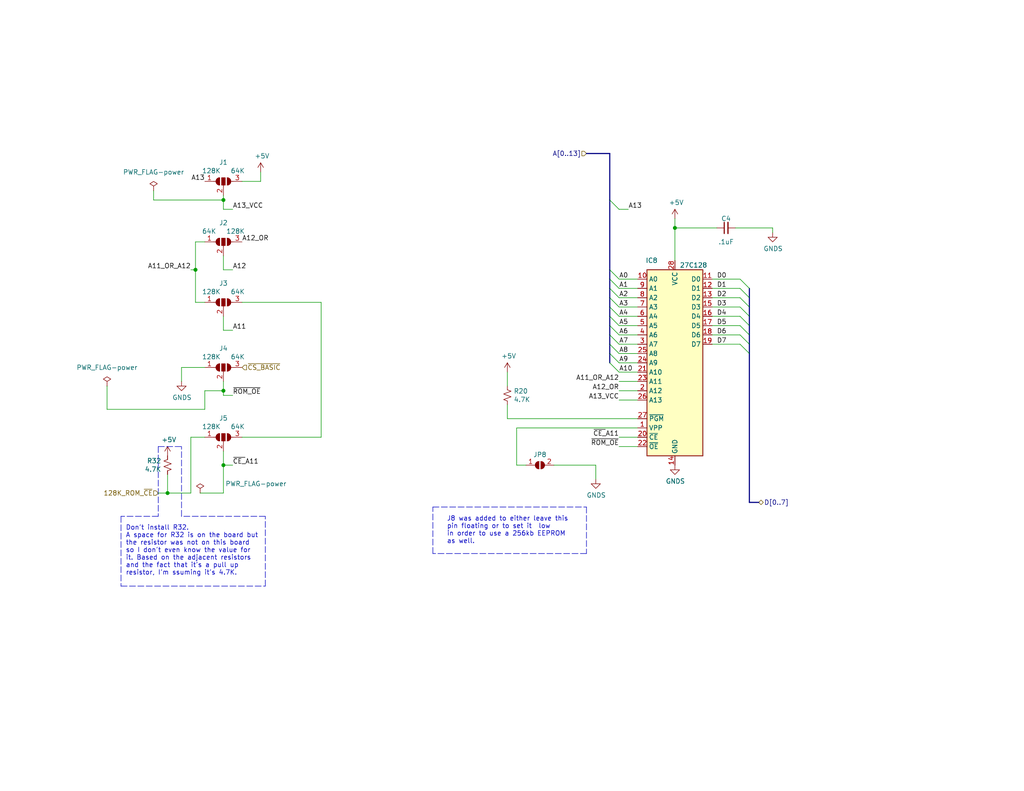
<source format=kicad_sch>
(kicad_sch (version 20211123) (generator eeschema)
  (paper "A")
  (title_block (title "TRS-80 Color Computer 2 (26-3134B & 26-3136B)") (date "2022-10-07") (rev "1.0.0") (company "Tandy Corporation") (comment 1 "Board # 20261058") (comment 3 "Reference board donated by MrDave3609") (comment 4 "Kicad schematic capture by Rocky Hill"))
  (lib_symbols
    (symbol "coco2-rescue:+5V-power" (power) (pin_names (offset 0))
      (property "Value" "+5V-power" (at 0 3.556 0))
      (symbol "+5V-power_0_1"
        (polyline (pts (xy -0.762 1.27) (xy 0 2.54)))
        (polyline (pts (xy 0 0) (xy 0 2.54)))
        (polyline (pts (xy 0 2.54) (xy 0.762 1.27)))
      )
      (symbol "+5V-power_1_1"
        (pin power_in line (at 0 0 90) (length 0) hide (name "+5V") (number "1"))
      )
    )
    (symbol "coco2-rescue:27C128-Memory_EPROM"
      (property "Reference" "U" (at -7.62 26.67 0))
      (property "Value" "27C128-Memory_EPROM" (at 2.54 -26.67 0))
      (symbol "27C128-Memory_EPROM_1_1"
        (rectangle (start -7.62 25.4) (end 7.62 -25.4) (stroke (width 0.254)) (fill (type background)))
        (pin input line (at -10.16 -17.78 0) (length 2.54) (name "VPP") (number "1"))
        (pin input line (at -10.16 22.86 0) (length 2.54) (name "A0") (number "10"))
        (pin tri_state line (at 10.16 22.86 180) (length 2.54) (name "D0") (number "11"))
        (pin tri_state line (at 10.16 20.32 180) (length 2.54) (name "D1") (number "12"))
        (pin tri_state line (at 10.16 17.78 180) (length 2.54) (name "D2") (number "13"))
        (pin power_in line (at 0 -27.94 90) (length 2.54) (name "GND") (number "14"))
        (pin tri_state line (at 10.16 15.24 180) (length 2.54) (name "D3") (number "15"))
        (pin tri_state line (at 10.16 12.7 180) (length 2.54) (name "D4") (number "16"))
        (pin tri_state line (at 10.16 10.16 180) (length 2.54) (name "D5") (number "17"))
        (pin tri_state line (at 10.16 7.62 180) (length 2.54) (name "D6") (number "18"))
        (pin tri_state line (at 10.16 5.08 180) (length 2.54) (name "D7") (number "19"))
        (pin input line (at -10.16 -7.62 0) (length 2.54) (name "A12") (number "2"))
        (pin input line (at -10.16 -20.32 0) (length 2.54) (name "~{CE}") (number "20"))
        (pin input line (at -10.16 -2.54 0) (length 2.54) (name "A10") (number "21"))
        (pin input line (at -10.16 -22.86 0) (length 2.54) (name "~{OE}") (number "22"))
        (pin input line (at -10.16 -5.08 0) (length 2.54) (name "A11") (number "23"))
        (pin input line (at -10.16 0 0) (length 2.54) (name "A9") (number "24"))
        (pin input line (at -10.16 2.54 0) (length 2.54) (name "A8") (number "25"))
        (pin input line (at -10.16 -10.16 0) (length 2.54) (name "A13") (number "26"))
        (pin input line (at -10.16 -15.24 0) (length 2.54) (name "~{PGM}") (number "27"))
        (pin power_in line (at 0 27.94 270) (length 2.54) (name "VCC") (number "28"))
        (pin input line (at -10.16 5.08 0) (length 2.54) (name "A7") (number "3"))
        (pin input line (at -10.16 7.62 0) (length 2.54) (name "A6") (number "4"))
        (pin input line (at -10.16 10.16 0) (length 2.54) (name "A5") (number "5"))
        (pin input line (at -10.16 12.7 0) (length 2.54) (name "A4") (number "6"))
        (pin input line (at -10.16 15.24 0) (length 2.54) (name "A3") (number "7"))
        (pin input line (at -10.16 17.78 0) (length 2.54) (name "A2") (number "8"))
        (pin input line (at -10.16 20.32 0) (length 2.54) (name "A1") (number "9"))
      )
    )
    (symbol "coco2-rescue:C_Small-Device" (pin_numbers hide) (pin_names (offset 0.254) hide)
      (property "Reference" "C" (at 0.254 1.778 0))
      (property "Value" "C_Small-Device" (at 0.254 -2.032 0))
      (symbol "C_Small-Device_0_1"
        (polyline (pts (xy -1.524 -0.508) (xy 1.524 -0.508)) (stroke (width 0.3302)))
        (polyline (pts (xy -1.524 0.508) (xy 1.524 0.508)) (stroke (width 0.3048)))
      )
      (symbol "C_Small-Device_1_1"
        (pin passive line (at 0 2.54 270) (length 2.032) (name "~") (number "1"))
        (pin passive line (at 0 -2.54 90) (length 2.032) (name "~") (number "2"))
      )
    )
    (symbol "coco2-rescue:GNDS-power" (power) (pin_names (offset 0))
      (property "Value" "GNDS-power" (at 0 -3.81 0))
      (symbol "GNDS-power_0_1"
        (polyline (pts (xy 0 0) (xy 0 -1.27) (xy 1.27 -1.27) (xy 0 -2.54) (xy -1.27 -1.27) (xy 0 -1.27)))
      )
      (symbol "GNDS-power_1_1"
        (pin power_in line (at 0 0 270) (length 0) hide (name "GNDS") (number "1"))
      )
    )
    (symbol "coco2-rescue:PWR_FLAG-power" (power) (pin_numbers hide) (pin_names (offset 0) hide)
      (property "Value" "PWR_FLAG-power" (at 0 3.81 0))
      (symbol "PWR_FLAG-power_0_0"
        (pin power_out line (at 0 0 90) (length 0) (name "pwr") (number "1"))
      )
      (symbol "PWR_FLAG-power_0_1"
        (polyline (pts (xy 0 0) (xy 0 1.27) (xy -1.016 1.905) (xy 0 2.54) (xy 1.016 1.905) (xy 0 1.27)))
      )
    )
    (symbol "coco2-rescue:R_Small_US-Device" (pin_numbers hide) (pin_names (offset 0.254) hide)
      (property "Reference" "R" (at 0.762 0.508 0))
      (property "Value" "R_Small_US-Device" (at 0.762 -1.016 0))
      (symbol "R_Small_US-Device_1_1"
        (polyline (pts (xy 0 0) (xy 1.016 -0.381) (xy 0 -0.762) (xy -1.016 -1.143) (xy 0 -1.524)))
        (polyline (pts (xy 0 1.524) (xy 1.016 1.143) (xy 0 0.762) (xy -1.016 0.381) (xy 0 0)))
        (pin passive line (at 0 2.54 270) (length 1.016) (name "~") (number "1"))
        (pin passive line (at 0 -2.54 90) (length 1.016) (name "~") (number "2"))
      )
    )
    (symbol "coco2-rescue:SolderJumper_2_Open-Jumper" (pin_names (offset 0) hide)
      (property "Reference" "JP" (at 0 2.032 0))
      (property "Value" "SolderJumper_2_Open-Jumper" (at 0 -2.54 0))
      (symbol "SolderJumper_2_Open-Jumper_0_1"
        (arc (start -0.254 1.016) (mid -1.27 0) (end -0.254 -1.016))
        (arc (start -0.254 1.016) (mid -1.27 0) (end -0.254 -1.016) (fill (type outline)))
        (polyline (pts (xy -0.254 1.016) (xy -0.254 -1.016)))
        (polyline (pts (xy 0.254 1.016) (xy 0.254 -1.016)))
        (arc (start 0.254 -1.016) (mid 1.27 0) (end 0.254 1.016))
        (arc (start 0.254 -1.016) (mid 1.27 0) (end 0.254 1.016) (fill (type outline)))
      )
      (symbol "SolderJumper_2_Open-Jumper_1_1"
        (pin passive line (at -3.81 0 0) (length 2.54) (name "A") (number "1"))
        (pin passive line (at 3.81 0 180) (length 2.54) (name "B") (number "2"))
      )
    )
    (symbol "coco2-rescue:SolderJumper_3_Open-Jumper" (pin_names (offset 0) hide)
      (property "Reference" "JP" (at -2.54 -2.54 0))
      (property "Value" "SolderJumper_3_Open-Jumper" (at 0 2.794 0))
      (symbol "SolderJumper_3_Open-Jumper_0_1"
        (arc (start -1.016 1.016) (mid -2.032 0) (end -1.016 -1.016))
        (arc (start -1.016 1.016) (mid -2.032 0) (end -1.016 -1.016) (fill (type outline)))
        (rectangle (start -0.508 1.016) (end 0.508 -1.016) (fill (type outline)))
        (polyline (pts (xy -2.54 0) (xy -2.032 0)))
        (polyline (pts (xy -1.016 1.016) (xy -1.016 -1.016)))
        (polyline (pts (xy 0 -1.27) (xy 0 -1.016)))
        (polyline (pts (xy 1.016 1.016) (xy 1.016 -1.016)))
        (polyline (pts (xy 2.54 0) (xy 2.032 0)))
        (arc (start 1.016 -1.016) (mid 2.032 0) (end 1.016 1.016))
        (arc (start 1.016 -1.016) (mid 2.032 0) (end 1.016 1.016) (fill (type outline)))
      )
      (symbol "SolderJumper_3_Open-Jumper_1_1"
        (pin passive line (at -5.08 0 0) (length 2.54) (name "A") (number "1"))
        (pin input line (at 0 -3.81 90) (length 2.54) (name "C") (number "2"))
        (pin passive line (at 5.08 0 180) (length 2.54) (name "B") (number "3"))
      )
    )
  )
  (junction (at 45.72 134.62))
  (junction (at 53.34 73.66))
  (junction (at 60.96 127))
  (junction (at 60.96 106.68))
  (junction (at 184.15 62.23))
  (junction (at 60.96 54.61))
  (bus_entry (at 201.93 86.36) (size 2.54 2.54))
  (bus_entry (at 166.37 96.52) (size 2.54 2.54))
  (bus_entry (at 166.37 88.9) (size 2.54 2.54))
  (bus_entry (at 166.37 73.66) (size 2.54 2.54))
  (bus_entry (at 166.37 78.74) (size 2.54 2.54))
  (bus_entry (at 166.37 81.28) (size 2.54 2.54))
  (bus_entry (at 166.37 83.82) (size 2.54 2.54))
  (bus_entry (at 201.93 78.74) (size 2.54 2.54))
  (bus_entry (at 166.37 76.2) (size 2.54 2.54))
  (bus_entry (at 166.37 91.44) (size 2.54 2.54))
  (bus_entry (at 166.37 86.36) (size 2.54 2.54))
  (bus_entry (at 201.93 88.9) (size 2.54 2.54))
  (bus_entry (at 201.93 83.82) (size 2.54 2.54))
  (bus_entry (at 168.91 57.15) (size -2.54 -2.54))
  (bus_entry (at 201.93 91.44) (size 2.54 2.54))
  (bus_entry (at 166.37 93.98) (size 2.54 2.54))
  (bus_entry (at 201.93 76.2) (size 2.54 2.54))
  (bus_entry (at 166.37 99.06) (size 2.54 2.54))
  (bus_entry (at 201.93 81.28) (size 2.54 2.54))
  (bus_entry (at 201.93 93.98) (size 2.54 2.54))
  (wire (pts (xy 168.91 57.15) (xy 171.45 57.15)))
  (wire (pts (xy 173.99 101.6) (xy 168.91 101.6)))
  (bus (pts (xy 207.01 137.16) (xy 204.47 137.16)))
  (wire (pts (xy 173.99 119.38) (xy 168.91 119.38)))
  (wire (pts (xy 41.91 54.61) (xy 60.96 54.61)))
  (bus (pts (xy 166.37 78.74) (xy 166.37 81.28)))
  (wire (pts (xy 194.31 83.82) (xy 201.93 83.82)))
  (wire (pts (xy 60.96 107.95) (xy 63.5 107.95)))
  (wire (pts (xy 173.99 106.68) (xy 168.91 106.68)))
  (bus (pts (xy 166.37 41.91) (xy 166.37 54.61)))
  (wire (pts (xy 60.96 69.85) (xy 60.96 73.66)))
  (wire (pts (xy 87.63 82.55) (xy 87.63 119.38)))
  (wire (pts (xy 45.72 129.54) (xy 45.72 134.62)))
  (bus (pts (xy 204.47 78.74) (xy 204.47 81.28)))
  (wire (pts (xy 151.13 127) (xy 162.56 127)))
  (wire (pts (xy 60.96 86.36) (xy 60.96 90.17)))
  (wire (pts (xy 138.43 101.6) (xy 138.43 105.41)))
  (bus (pts (xy 166.37 86.36) (xy 166.37 88.9)))
  (wire (pts (xy 52.07 73.66) (xy 53.34 73.66)))
  (wire (pts (xy 168.91 83.82) (xy 173.99 83.82)))
  (bus (pts (xy 166.37 93.98) (xy 166.37 96.52)))
  (wire (pts (xy 53.34 73.66) (xy 53.34 82.55)))
  (wire (pts (xy 195.58 62.23) (xy 184.15 62.23)))
  (bus (pts (xy 160.02 41.91) (xy 166.37 41.91)))
  (wire (pts (xy 53.34 66.04) (xy 53.34 73.66)))
  (wire (pts (xy 55.88 111.76) (xy 55.88 106.68)))
  (polyline (pts (xy 72.39 160.02) (xy 72.39 140.97)))
  (bus (pts (xy 204.47 91.44) (xy 204.47 93.98)))
  (bus (pts (xy 166.37 91.44) (xy 166.37 93.98)))
  (wire (pts (xy 60.96 106.68) (xy 60.96 107.95)))
  (polyline (pts (xy 33.02 140.97) (xy 33.02 160.02)))
  (wire (pts (xy 55.88 66.04) (xy 53.34 66.04)))
  (wire (pts (xy 49.53 100.33) (xy 49.53 104.14)))
  (polyline (pts (xy 72.39 140.97) (xy 49.53 140.97)))
  (bus (pts (xy 166.37 88.9) (xy 166.37 91.44)))
  (bus (pts (xy 166.37 73.66) (xy 166.37 76.2)))
  (wire (pts (xy 168.91 99.06) (xy 173.99 99.06)))
  (wire (pts (xy 210.82 62.23) (xy 210.82 63.5)))
  (wire (pts (xy 29.21 111.76) (xy 55.88 111.76)))
  (polyline (pts (xy 43.18 140.97) (xy 33.02 140.97)))
  (wire (pts (xy 60.96 127) (xy 63.5 127)))
  (wire (pts (xy 168.91 78.74) (xy 173.99 78.74)))
  (wire (pts (xy 54.61 134.62) (xy 60.96 134.62)))
  (wire (pts (xy 55.88 119.38) (xy 52.07 119.38)))
  (wire (pts (xy 200.66 62.23) (xy 210.82 62.23)))
  (wire (pts (xy 60.96 57.15) (xy 63.5 57.15)))
  (wire (pts (xy 168.91 88.9) (xy 173.99 88.9)))
  (wire (pts (xy 45.72 134.62) (xy 43.18 134.62)))
  (wire (pts (xy 194.31 88.9) (xy 201.93 88.9)))
  (polyline (pts (xy 43.18 121.92) (xy 43.18 140.97)))
  (wire (pts (xy 87.63 119.38) (xy 66.04 119.38)))
  (polyline (pts (xy 33.02 160.02) (xy 72.39 160.02)))
  (polyline (pts (xy 43.18 121.92) (xy 49.53 121.92)))
  (wire (pts (xy 201.93 76.2) (xy 194.31 76.2)))
  (wire (pts (xy 201.93 86.36) (xy 194.31 86.36)))
  (wire (pts (xy 173.99 96.52) (xy 168.91 96.52)))
  (wire (pts (xy 60.96 53.34) (xy 60.96 54.61)))
  (polyline (pts (xy 118.11 151.13) (xy 118.11 138.43)))
  (wire (pts (xy 60.96 134.62) (xy 60.96 127)))
  (wire (pts (xy 162.56 127) (xy 162.56 130.81)))
  (wire (pts (xy 60.96 73.66) (xy 63.5 73.66)))
  (wire (pts (xy 140.97 127) (xy 143.51 127)))
  (wire (pts (xy 52.07 119.38) (xy 52.07 134.62)))
  (bus (pts (xy 204.47 83.82) (xy 204.47 86.36)))
  (wire (pts (xy 140.97 116.84) (xy 140.97 127)))
  (bus (pts (xy 166.37 76.2) (xy 166.37 78.74)))
  (bus (pts (xy 204.47 88.9) (xy 204.47 91.44)))
  (wire (pts (xy 60.96 123.19) (xy 60.96 127)))
  (wire (pts (xy 60.96 104.14) (xy 60.96 106.68)))
  (bus (pts (xy 204.47 86.36) (xy 204.47 88.9)))
  (wire (pts (xy 194.31 93.98) (xy 201.93 93.98)))
  (bus (pts (xy 204.47 96.52) (xy 204.47 137.16)))
  (bus (pts (xy 166.37 83.82) (xy 166.37 86.36)))
  (wire (pts (xy 168.91 93.98) (xy 173.99 93.98)))
  (bus (pts (xy 204.47 93.98) (xy 204.47 96.52)))
  (wire (pts (xy 45.72 134.62) (xy 52.07 134.62)))
  (wire (pts (xy 168.91 121.92) (xy 173.99 121.92)))
  (wire (pts (xy 173.99 91.44) (xy 168.91 91.44)))
  (wire (pts (xy 184.15 62.23) (xy 184.15 59.69)))
  (wire (pts (xy 138.43 110.49) (xy 138.43 114.3)))
  (wire (pts (xy 173.99 104.14) (xy 168.91 104.14)))
  (wire (pts (xy 55.88 100.33) (xy 49.53 100.33)))
  (wire (pts (xy 55.88 106.68) (xy 60.96 106.68)))
  (wire (pts (xy 173.99 109.22) (xy 168.91 109.22)))
  (wire (pts (xy 173.99 76.2) (xy 168.91 76.2)))
  (wire (pts (xy 71.12 46.99) (xy 71.12 49.53)))
  (wire (pts (xy 173.99 86.36) (xy 168.91 86.36)))
  (wire (pts (xy 173.99 116.84) (xy 140.97 116.84)))
  (wire (pts (xy 71.12 49.53) (xy 66.04 49.53)))
  (polyline (pts (xy 49.53 140.97) (xy 49.53 121.92)))
  (bus (pts (xy 166.37 96.52) (xy 166.37 99.06)))
  (bus (pts (xy 166.37 81.28) (xy 166.37 83.82)))
  (wire (pts (xy 41.91 52.07) (xy 41.91 54.61)))
  (wire (pts (xy 60.96 54.61) (xy 60.96 57.15)))
  (wire (pts (xy 173.99 81.28) (xy 168.91 81.28)))
  (wire (pts (xy 138.43 114.3) (xy 173.99 114.3)))
  (polyline (pts (xy 160.02 151.13) (xy 118.11 151.13)))
  (wire (pts (xy 66.04 82.55) (xy 87.63 82.55)))
  (wire (pts (xy 29.21 105.41) (xy 29.21 111.76)))
  (polyline (pts (xy 160.02 138.43) (xy 160.02 151.13)))
  (wire (pts (xy 201.93 91.44) (xy 194.31 91.44)))
  (wire (pts (xy 184.15 62.23) (xy 184.15 71.12)))
  (wire (pts (xy 53.34 82.55) (xy 55.88 82.55)))
  (polyline (pts (xy 118.11 138.43) (xy 160.02 138.43)))
  (wire (pts (xy 201.93 81.28) (xy 194.31 81.28)))
  (bus (pts (xy 204.47 81.28) (xy 204.47 83.82)))
  (wire (pts (xy 194.31 78.74) (xy 201.93 78.74)))
  (bus (pts (xy 166.37 54.61) (xy 166.37 73.66)))
  (wire (pts (xy 60.96 90.17) (xy 63.5 90.17)))
  (text "Don't install R32.\nA space for R32 is on the board but\nthe resistor was not on this board\nso I don't even know the value for\nit. Based on the adjacent resistors\nand the fact that it's a pull up \nresistor, I'm ssuming it's 4.7K.\n\n " (at 34.29 161.29 0) (effects (font (size 1.27 1.27)) (justify left bottom)))
  (text "J8 was added to either leave this\npin floating or to set it  low\nin order to use a 256kb EEPROM\nas well." (at 121.92 148.59 0) (effects (font (size 1.27 1.27)) (justify left bottom)))
  (label "A13" (at 55.88 49.53 180))
  (label "D3" (at 195.58 83.82 0))
  (label "D1" (at 195.58 78.74 0))
  (label "A7" (at 168.91 93.98 0))
  (label "A4" (at 168.91 86.36 0))
  (label "A6" (at 168.91 91.44 0))
  (label "A11_OR_A12" (at 168.91 104.14 180))
  (label "A3" (at 168.91 83.82 0))
  (label "A13" (at 171.45 57.15 0))
  (label "A12_OR" (at 168.91 106.68 180))
  (label "D4" (at 195.58 86.36 0))
  (label "A13_VCC" (at 168.91 109.22 180))
  (label "~{CE_}A11" (at 63.5 127 0))
  (label "D0" (at 195.58 76.2 0))
  (label "A0" (at 168.91 76.2 0))
  (label "A11" (at 63.5 90.17 0))
  (label "~{ROM_OE}" (at 63.5 107.95 0))
  (label "A12_OR" (at 66.04 66.04 0))
  (label "D5" (at 195.58 88.9 0))
  (label "A10" (at 168.91 101.6 0))
  (label "A8" (at 168.91 96.52 0))
  (label "~{ROM_OE}" (at 168.91 121.92 180))
  (label "A11_OR_A12" (at 52.07 73.66 180))
  (label "D7" (at 195.58 93.98 0))
  (label "A2" (at 168.91 81.28 0))
  (label "A1" (at 168.91 78.74 0))
  (label "A9" (at 168.91 99.06 0))
  (label "~{CE_}A11" (at 168.91 119.38 180))
  (label "A13_VCC" (at 63.5 57.15 0))
  (label "A12" (at 63.5 73.66 0))
  (label "D2" (at 195.58 81.28 0))
  (label "D6" (at 195.58 91.44 0))
  (label "A5" (at 168.91 88.9 0))
  (hierarchical_label "D[0..7]" (shape bidirectional) (at 207.01 137.16 0))
  (hierarchical_label "A[0..13]" (shape input) (at 160.02 41.91 180))
  (hierarchical_label "~{CS_BASIC}" (shape input) (at 66.04 100.33 0))
  (hierarchical_label "128K_ROM_~{CE}" (shape input) (at 43.18 134.62 180))
  (symbol (lib_id "coco2-rescue:C_Small-Device") (at 198.12 62.23 90) (unit 1)
    (property "Reference" "C4" (at 198.12 59.69 90))
    (property "Value" ".1uF" (at 198.12 66.04 90))
    (property "Footprint" "Capacitor_THT:C_Disc_D4.7mm_W2.5mm_P5.00mm" (effects hide))
    (property "Datasheet" " https://search.murata.co.jp/Ceramy/image/img/A01X/G101/ENG/RDE_X7R_250V-1kV_E.pdf" (effects hide))
    (property "Vendor" "digikey" (effects hide))
    (property "Vendor part#" "490-8814-ND" (effects hide))
    (property "Manufacturer part#" "RDER71H104K0K1H03B" (effects hide))
  )
  (symbol (lib_id "coco2-rescue:+5V-power") (at 184.15 59.69 0) (unit 1)
    (property "Reference" "#PWR0999025" (effects hide))
    (property "Value" "+5V" (at 184.531 55.2958 0))
  )
  (symbol (lib_id "coco2-rescue:GNDS-power") (at 210.82 63.5 0) (unit 1)
    (property "Reference" "#PWR0999028" (effects hide))
    (property "Value" "GNDS" (at 210.947 67.8942 0))
  )
  (symbol (lib_id "coco2-rescue:+5V-power") (at 71.12 46.99 0) (unit 1)
    (property "Reference" "#PWR0109" (effects hide))
    (property "Value" "+5V" (at 71.501 42.5958 0))
  )
  (symbol (lib_id "coco2-rescue:GNDS-power") (at 49.53 104.14 0) (unit 1)
    (property "Reference" "#PWR0110" (effects hide))
    (property "Value" "GNDS" (at 49.657 108.5342 0))
  )
  (symbol (lib_id "coco2-rescue:27C128-Memory_EPROM") (at 184.15 99.06 0) (unit 1)
    (property "Reference" "IC8" (at 177.8 71.12 0))
    (property "Value" "27C128" (at 189.23 72.39 0))
    (property "Footprint" "Package_DIP:DIP-28_W15.24mm_Socket" (effects hide))
    (property "Datasheet" "http://ww1.microchip.com/downloads/en/devicedoc/11003L.pdf" (effects hide))
    (property "Vendor" "digikey" (effects hide))
    (property "Vendor part#" "AE10004-ND" (effects hide))
    (property "Manufacturer part#" "A 28-LC-TT" (effects hide))
  )
  (symbol (lib_id "coco2-rescue:SolderJumper_3_Open-Jumper") (at 60.96 49.53 0) (unit 1)
    (property "Reference" "J1" (at 60.96 44.323 0))
    (property "Value" "128K   64K" (at 60.96 46.6344 0))
    (property "Footprint" "Jumper:SolderJumper-3_P1.3mm_Open_RoundedPad1.0x1.5mm_NumberLabels" (effects hide))
  )
  (symbol (lib_id "coco2-rescue:SolderJumper_3_Open-Jumper") (at 60.96 66.04 0) (unit 1)
    (property "Reference" "J2" (at 60.96 60.833 0))
    (property "Value" "64K   128K" (at 60.96 63.1444 0))
    (property "Footprint" "Jumper:SolderJumper-3_P1.3mm_Open_RoundedPad1.0x1.5mm_NumberLabels" (effects hide))
  )
  (symbol (lib_id "coco2-rescue:SolderJumper_3_Open-Jumper") (at 60.96 82.55 0) (unit 1)
    (property "Reference" "J3" (at 60.96 77.343 0))
    (property "Value" "128K   64K" (at 60.96 79.6544 0))
    (property "Footprint" "Jumper:SolderJumper-3_P1.3mm_Open_RoundedPad1.0x1.5mm_NumberLabels" (effects hide))
  )
  (symbol (lib_id "coco2-rescue:SolderJumper_3_Open-Jumper") (at 60.96 100.33 0) (unit 1)
    (property "Reference" "J4" (at 60.96 95.123 0))
    (property "Value" "128K   64K" (at 60.96 97.4344 0))
    (property "Footprint" "Jumper:SolderJumper-3_P1.3mm_Open_RoundedPad1.0x1.5mm_NumberLabels" (effects hide))
  )
  (symbol (lib_id "coco2-rescue:SolderJumper_3_Open-Jumper") (at 60.96 119.38 0) (unit 1)
    (property "Reference" "J5" (at 60.96 114.173 0))
    (property "Value" "128K   64K" (at 60.96 116.4844 0))
    (property "Footprint" "Jumper:SolderJumper-3_P1.3mm_Open_RoundedPad1.0x1.5mm_NumberLabels" (effects hide))
  )
  (symbol (lib_id "coco2-rescue:R_Small_US-Device") (at 138.43 107.95 0) (unit 1)
    (property "Reference" "R20" (at 140.1572 106.7816 0) (effects (justify left)))
    (property "Value" "4.7K" (at 140.1572 109.093 0) (effects (justify left)))
    (property "Footprint" "Resistor_THT:R_Axial_DIN0207_L6.3mm_D2.5mm_P10.16mm_Horizontal" (effects hide))
    (property "Datasheet" "https://www.seielect.com/catalog/sei-cf_cfm.pdf" (effects hide))
    (property "Vendor" "digikey" (effects hide))
    (property "Vendor part#" "CF14JT4K70CT-ND  " (effects hide))
    (property "Manufacturer part#" "Stackpole Electronics Inc" (effects hide))
  )
  (symbol (lib_id "coco2-rescue:+5V-power") (at 138.43 101.6 0) (unit 1)
    (property "Reference" "#PWR0107" (effects hide))
    (property "Value" "+5V" (at 138.811 97.2058 0))
  )
  (symbol (lib_id "coco2-rescue:GNDS-power") (at 184.15 127 0) (unit 1)
    (property "Reference" "#PWR0108" (effects hide))
    (property "Value" "GNDS" (at 184.277 131.3942 0))
  )
  (symbol (lib_id "coco2-rescue:GNDS-power") (at 162.56 130.81 0) (unit 1)
    (property "Reference" "#PWR03" (effects hide))
    (property "Value" "GNDS" (at 162.687 135.2042 0))
  )
  (symbol (lib_id "coco2-rescue:SolderJumper_2_Open-Jumper") (at 147.32 127 0) (unit 1)
    (property "Reference" "JP8" (at 147.32 124.1298 0))
    (property "Value" "SolderJumper_2_Open" (effects hide))
    (property "Footprint" "Jumper:SolderJumper-2_P1.3mm_Open_RoundedPad1.0x1.5mm" (effects hide))
  )
  (symbol (lib_id "coco2-rescue:+5V-power") (at 45.72 124.46 0) (unit 1)
    (property "Reference" "#PWR0114" (effects hide))
    (property "Value" "+5V" (at 46.101 120.0658 0))
  )
  (symbol (lib_id "coco2-rescue:PWR_FLAG-power") (at 54.61 134.62 0) (unit 1)
    (property "Reference" "#FLG0105" (effects hide))
    (property "Value" "PWR_FLAG-power" (at 69.85 132.08 0))
  )
  (symbol (lib_id "coco2-rescue:PWR_FLAG-power") (at 41.91 52.07 0) (unit 1)
    (property "Reference" "#FLG0107" (effects hide))
    (property "Value" "PWR_FLAG-power" (at 41.91 46.99 0))
  )
  (symbol (lib_id "coco2-rescue:PWR_FLAG-power") (at 29.21 105.41 0) (unit 1)
    (property "Reference" "#FLG0106" (effects hide))
    (property "Value" "PWR_FLAG-power" (at 29.21 100.33 0))
  )
  (symbol (lib_id "coco2-rescue:R_Small_US-Device") (at 45.72 127 0) (mirror y) (unit 1)
    (property "Reference" "R32" (at 43.9928 125.8316 0) (effects (justify left)))
    (property "Value" "4.7K" (at 43.9928 128.143 0) (effects (justify left)))
    (property "Footprint" "Resistor_THT:R_Axial_DIN0207_L6.3mm_D2.5mm_P10.16mm_Horizontal" (effects hide))
    (property "Datasheet" "https://www.seielect.com/catalog/sei-cf_cfm.pdf" (effects hide))
    (property "Vendor" "digikey" (effects hide))
    (property "Vendor part#" "CF14JT4K70CT-ND  " (effects hide))
    (property "Manufacturer part#" "Stackpole Electronics Inc" (effects hide))
  )
)
</source>
